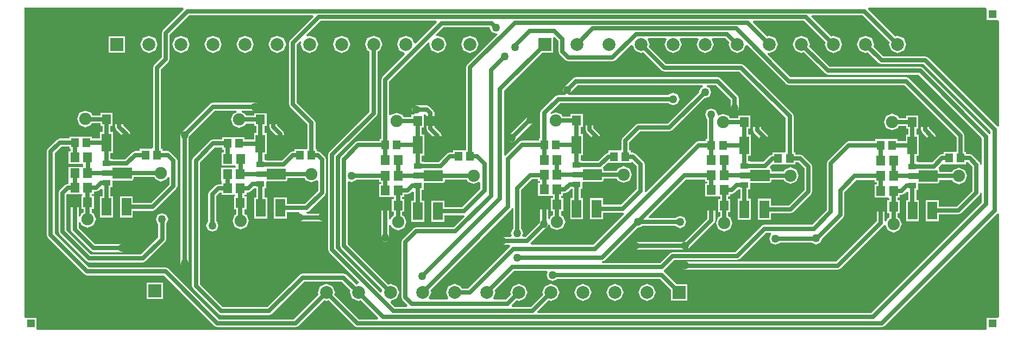
<source format=gbl>
G04 Layer_Physical_Order=2*
G04 Layer_Color=16711680*
%FSLAX25Y25*%
%MOIN*%
G70*
G01*
G75*
%ADD10R,0.05512X0.05906*%
%ADD11C,0.07500*%
%ADD12R,0.04724X0.05512*%
%ADD13R,0.05906X0.11024*%
%ADD14R,0.05118X0.03543*%
%ADD15R,0.05000X0.05000*%
%ADD16C,0.02500*%
%ADD17C,0.07874*%
%ADD18R,0.07874X0.07874*%
%ADD19C,0.25000*%
%ADD20C,0.05000*%
G36*
X254197Y190041D02*
X241176Y177020D01*
X239997Y177255D01*
X238744Y180279D01*
X234965Y181844D01*
X231187Y180279D01*
X229622Y176500D01*
X231187Y172721D01*
X234210Y171469D01*
X234445Y170289D01*
X220694Y156539D01*
X219981Y154816D01*
Y118456D01*
X219054D01*
Y117135D01*
X205900D01*
X204178Y116422D01*
X195328Y107572D01*
X194615Y105850D01*
Y52685D01*
X195328Y50963D01*
X220847Y25443D01*
X220457Y24501D01*
X219367Y24177D01*
X192235Y51309D01*
Y107591D01*
X217002Y132358D01*
X217716Y134080D01*
Y172165D01*
X219059Y172721D01*
X220624Y176500D01*
X219059Y180279D01*
X215280Y181844D01*
X211502Y180279D01*
X209936Y176500D01*
X211502Y172721D01*
X212845Y172165D01*
Y135089D01*
X188078Y110322D01*
X187365Y108600D01*
Y50300D01*
X188078Y48578D01*
X206288Y30368D01*
X205842Y29399D01*
X204606Y28887D01*
X198572Y34922D01*
X196850Y35635D01*
X171700D01*
X169978Y34922D01*
X150091Y15035D01*
X122809D01*
X108735Y29109D01*
Y104191D01*
X117749Y113205D01*
X122383D01*
Y111884D01*
X123316D01*
Y109993D01*
X121995D01*
Y102087D01*
X129507D01*
Y102087D01*
X129869D01*
Y102087D01*
X130368D01*
X130783Y101087D01*
X130488Y100793D01*
X129769Y100793D01*
X128769Y100793D01*
X121895D01*
Y92948D01*
X121895Y92887D01*
X121895D01*
X121907Y91953D01*
X121907D01*
Y90435D01*
X120000D01*
X118278Y89722D01*
X114532Y85976D01*
X113819Y84254D01*
Y67925D01*
X113575Y67825D01*
X112466Y65146D01*
X113575Y62467D01*
X116254Y61357D01*
X118933Y62467D01*
X120043Y65146D01*
X118933Y67825D01*
X118690Y67925D01*
Y83246D01*
X120907Y85463D01*
X121907Y85319D01*
Y84047D01*
X128781D01*
X129419Y84047D01*
X130394Y84047D01*
X130489Y83953D01*
X130075Y82953D01*
X129781D01*
Y75047D01*
X131102D01*
Y71995D01*
X130090Y71576D01*
X128584Y67940D01*
X130090Y64305D01*
X133725Y62799D01*
X137361Y64305D01*
X138867Y67940D01*
X137361Y71576D01*
X135972Y72151D01*
Y75047D01*
X137293D01*
Y82953D01*
X135972D01*
Y84047D01*
X137293D01*
Y85565D01*
X138400D01*
X140122Y86278D01*
X141507Y87663D01*
X142341Y88063D01*
X143465D01*
Y82452D01*
X142002D01*
Y69428D01*
X149908D01*
Y82452D01*
X148335D01*
Y88063D01*
X149459D01*
Y92075D01*
X149719Y92248D01*
X161451D01*
X162216Y92565D01*
X162534Y93331D01*
Y94305D01*
X172956D01*
X173453Y93105D01*
X177088Y91599D01*
X180265Y92914D01*
X181265Y92339D01*
Y86462D01*
X173178Y78376D01*
X162113D01*
Y82452D01*
X154207D01*
Y69428D01*
X162113D01*
Y73505D01*
X169629D01*
X169702Y72535D01*
X167980Y71822D01*
X167267Y70100D01*
X167980Y68378D01*
X169702Y67665D01*
X183509D01*
X185231Y68378D01*
X185944Y70100D01*
X185231Y71822D01*
X183509Y72535D01*
X174260D01*
X174187Y73505D01*
X175909Y74218D01*
X185422Y83732D01*
X186135Y85454D01*
Y105800D01*
X185422Y107522D01*
X182822Y110122D01*
X181100Y110835D01*
X180506D01*
Y112156D01*
X179579D01*
Y128257D01*
X178865Y129979D01*
X168135Y140709D01*
Y176291D01*
X170290Y178446D01*
X171138Y177880D01*
X170566Y176500D01*
X172132Y172721D01*
X175910Y171156D01*
X179689Y172721D01*
X181254Y176500D01*
X179689Y180279D01*
X175910Y181844D01*
X174531Y181272D01*
X173964Y182120D01*
X182809Y190965D01*
X253814D01*
X254197Y190041D01*
D02*
G37*
G36*
X591500Y198500D02*
X591500Y197980D01*
Y191500D01*
X597980D01*
X598500Y191500D01*
X598981Y190699D01*
Y126181D01*
X598196Y125936D01*
X597980Y125924D01*
X555482Y168422D01*
X553760Y169135D01*
X527959D01*
X521938Y175157D01*
X522494Y176500D01*
X520929Y180279D01*
X517150Y181844D01*
X513372Y180279D01*
X511807Y176500D01*
X513372Y172721D01*
X517150Y171156D01*
X518494Y171713D01*
X525228Y164978D01*
X526950Y164265D01*
X552751D01*
X593865Y123151D01*
Y121477D01*
X592865Y121278D01*
X592722Y121622D01*
X552322Y162022D01*
X550600Y162735D01*
X494989D01*
X482568Y175157D01*
X483124Y176500D01*
X481559Y180279D01*
X477780Y181844D01*
X474002Y180279D01*
X472437Y176500D01*
X474002Y172721D01*
X477780Y171156D01*
X479124Y171713D01*
X492258Y158578D01*
X493980Y157865D01*
X549591D01*
X588565Y118891D01*
Y102631D01*
X587635Y102460D01*
X586922Y104182D01*
X582782Y108322D01*
X581060Y109035D01*
X578805D01*
Y110356D01*
X577879D01*
Y120457D01*
X577165Y122179D01*
X543722Y155622D01*
X542000Y156335D01*
X471209D01*
X456993Y170551D01*
X457549Y171383D01*
X458095Y171156D01*
X461874Y172721D01*
X463439Y176500D01*
X461874Y180279D01*
X458095Y181844D01*
X456752Y181287D01*
X447999Y190041D01*
X448381Y190965D01*
X479557D01*
X492678Y177843D01*
X492122Y176500D01*
X493687Y172721D01*
X497465Y171156D01*
X501244Y172721D01*
X502809Y176500D01*
X501244Y180279D01*
X497465Y181844D01*
X496122Y181287D01*
X483869Y193541D01*
X484251Y194465D01*
X515427D01*
X532048Y177843D01*
X531492Y176500D01*
X533057Y172721D01*
X536835Y171156D01*
X540614Y172721D01*
X542179Y176500D01*
X540614Y180279D01*
X536835Y181844D01*
X535492Y181287D01*
X518799Y197980D01*
X519213Y198980D01*
X590699D01*
X591500Y198500D01*
D02*
G37*
G36*
X433623Y177843D02*
X433067Y176500D01*
X434632Y172721D01*
X438410Y171156D01*
X442189Y172721D01*
X443458Y175784D01*
X444637Y176019D01*
X468478Y152178D01*
X470200Y151465D01*
X540991D01*
X573008Y119448D01*
Y111063D01*
X572301Y110356D01*
X571081Y110356D01*
X564994D01*
Y109035D01*
X564200D01*
X562478Y108322D01*
X558097Y103941D01*
X549454D01*
Y104277D01*
X548330D01*
Y107988D01*
X549833D01*
Y121012D01*
X548330D01*
Y124847D01*
X549532D01*
Y132753D01*
X542021D01*
Y131117D01*
X537636D01*
X537090Y132436D01*
X533454Y133941D01*
X529819Y132436D01*
X528313Y128800D01*
X529819Y125164D01*
X533454Y123659D01*
X537090Y125164D01*
X537538Y126247D01*
X542021D01*
Y124847D01*
X543459D01*
Y121012D01*
X541928D01*
Y116935D01*
X536817D01*
Y118256D01*
X530730D01*
X530092Y118256D01*
X529092Y118256D01*
X523006D01*
Y116935D01*
X506800D01*
X505078Y116222D01*
X494078Y105222D01*
X493365Y103500D01*
Y74709D01*
X484291Y65635D01*
X455100D01*
X453378Y64922D01*
X437291Y48835D01*
X398700D01*
X396978Y48122D01*
X390991Y42135D01*
X355651D01*
X355480Y43065D01*
X357202Y43778D01*
X377111Y63687D01*
X377354Y63586D01*
X380033Y64695D01*
X380134Y64939D01*
X400463D01*
X400576Y64667D01*
X403254Y63557D01*
X405933Y64667D01*
X407043Y67346D01*
X405933Y70025D01*
X403254Y71134D01*
X400576Y70025D01*
X400487Y69809D01*
X384540D01*
X384158Y70733D01*
X406943Y93519D01*
X418764D01*
Y92002D01*
X420084D01*
Y90953D01*
X418764D01*
Y83047D01*
X426276D01*
Y83047D01*
X426638D01*
Y83047D01*
X427958D01*
Y81453D01*
X426638D01*
Y73547D01*
X427958D01*
Y70733D01*
X426758Y70236D01*
X425252Y66600D01*
X426758Y62964D01*
X430394Y61459D01*
X434029Y62964D01*
X435535Y66600D01*
X434029Y70236D01*
X432829Y70733D01*
Y73547D01*
X434150D01*
Y81453D01*
X432829D01*
Y83047D01*
X434150D01*
Y84565D01*
X434995D01*
X436717Y85278D01*
X438340Y86900D01*
X439181Y87283D01*
X440305D01*
Y81612D01*
X438802D01*
Y68588D01*
X446707D01*
Y81612D01*
X445176D01*
Y87283D01*
X446299D01*
Y91294D01*
X446559Y91468D01*
X458291D01*
X459057Y91785D01*
X459374Y92550D01*
Y93465D01*
X466924D01*
X467421Y92264D01*
X471057Y90759D01*
X474692Y92264D01*
X476198Y95900D01*
X474692Y99536D01*
X471057Y101041D01*
X467421Y99536D01*
X466924Y98335D01*
X459374D01*
Y99369D01*
X459057Y100135D01*
X458800Y100241D01*
X458520Y101376D01*
X459858Y102714D01*
X460123Y102604D01*
Y102604D01*
X466847D01*
Y102604D01*
X467209D01*
Y102604D01*
X473934D01*
Y103925D01*
X475931D01*
X479610Y100246D01*
Y87169D01*
X469977Y77535D01*
X458912D01*
Y81612D01*
X451006D01*
Y68588D01*
X458912D01*
Y72665D01*
X470986D01*
X472708Y73378D01*
X483768Y84438D01*
X484481Y86160D01*
Y101254D01*
X483768Y102976D01*
X478662Y108082D01*
X476940Y108795D01*
X473934D01*
Y110116D01*
X473007D01*
Y132328D01*
X472294Y134050D01*
X442522Y163822D01*
X440800Y164535D01*
X394764D01*
X384142Y175157D01*
X384699Y176500D01*
X383471Y179465D01*
X384139Y180465D01*
X394256D01*
X394924Y179465D01*
X393696Y176500D01*
X395262Y172721D01*
X399040Y171156D01*
X402819Y172721D01*
X404384Y176500D01*
X403156Y179465D01*
X403824Y180465D01*
X413941D01*
X414609Y179465D01*
X413381Y176500D01*
X414947Y172721D01*
X418725Y171156D01*
X422504Y172721D01*
X424069Y176500D01*
X422841Y179465D01*
X423509Y180465D01*
X431002D01*
X433623Y177843D01*
D02*
G37*
G36*
X286512Y186900D02*
X287621Y184221D01*
X290300Y183112D01*
X290732Y183291D01*
X291299Y182443D01*
X272821Y163965D01*
X272108Y162243D01*
Y111533D01*
X271181Y111356D01*
X270819D01*
Y111356D01*
X264094D01*
Y110035D01*
X262200D01*
X260478Y109322D01*
X255297Y104141D01*
X245902D01*
Y104477D01*
X244779D01*
Y108188D01*
X246282D01*
Y121212D01*
X244779D01*
Y125447D01*
X246050D01*
Y133065D01*
X246050Y133353D01*
X246216Y133522D01*
X246817Y133525D01*
X247733Y132614D01*
Y129400D01*
Y124831D01*
X248446Y123109D01*
X252098Y119457D01*
Y114700D01*
X252812Y112978D01*
X254534Y112265D01*
X256256Y112978D01*
X256969Y114700D01*
Y120466D01*
X256256Y122188D01*
X252604Y125840D01*
Y129400D01*
Y134332D01*
X251890Y136054D01*
X249722Y138222D01*
X248000Y138935D01*
X241302D01*
X239580Y138222D01*
X238867Y136500D01*
X239580Y134778D01*
X240607Y134353D01*
X240408Y133353D01*
X238539D01*
Y131835D01*
X233636D01*
X233139Y133036D01*
X229503Y134541D01*
X225868Y133036D01*
X225833Y132951D01*
X224852Y133146D01*
Y153808D01*
X248741Y177697D01*
X249572Y177141D01*
X249307Y176500D01*
X250872Y172721D01*
X254650Y171156D01*
X258429Y172721D01*
X259994Y176500D01*
X258429Y180279D01*
X254650Y181844D01*
X254010Y181578D01*
X253454Y182410D01*
X258009Y186965D01*
X286468D01*
X286512Y186900D01*
D02*
G37*
G36*
X417336Y150465D02*
X415921Y149879D01*
X414812Y147200D01*
X414912Y146957D01*
X395791Y127835D01*
X377700D01*
X375978Y127122D01*
X368021Y119165D01*
X367308Y117443D01*
Y111963D01*
X366601Y111256D01*
X365381Y111256D01*
X359295D01*
Y109933D01*
X357578Y109222D01*
X353157Y104801D01*
X343443D01*
Y105137D01*
X342305D01*
Y108348D01*
X343822D01*
Y121372D01*
X342298D01*
Y125707D01*
X343619D01*
Y133613D01*
X336107D01*
Y132095D01*
X331176D01*
X330679Y133295D01*
X327043Y134801D01*
X324169Y133611D01*
X323603Y134458D01*
X329609Y140465D01*
X396420D01*
X396521Y140221D01*
X399200Y139112D01*
X401879Y140221D01*
X402988Y142900D01*
X401879Y145579D01*
X399200Y146688D01*
X396521Y145579D01*
X396420Y145335D01*
X334815D01*
X334616Y146335D01*
X335711Y146789D01*
X340387Y151465D01*
X417137D01*
X417336Y150465D01*
D02*
G37*
G36*
X328665Y178591D02*
Y172100D01*
X329378Y170378D01*
X333078Y166678D01*
X334800Y165965D01*
X361900D01*
X363622Y166678D01*
X373088Y176143D01*
X374259Y175901D01*
X375576Y172721D01*
X379355Y171156D01*
X380698Y171713D01*
X392033Y160378D01*
X393755Y159665D01*
X439791D01*
X468136Y131320D01*
Y110292D01*
X467209Y110116D01*
X466847D01*
Y110116D01*
X460123D01*
Y108795D01*
X460060D01*
X458338Y108082D01*
X454557Y104301D01*
X446299D01*
Y104637D01*
X445176D01*
Y107988D01*
X446707D01*
Y121012D01*
X445176D01*
Y124747D01*
X446476D01*
Y132653D01*
X438964D01*
Y131135D01*
X433733D01*
X433236Y132335D01*
X429600Y133841D01*
X427189Y132843D01*
X426302Y133313D01*
X425192Y135992D01*
X422513Y137102D01*
X419835Y135992D01*
X418725Y133313D01*
X419835Y130635D01*
X420078Y130534D01*
Y118294D01*
X419151D01*
Y116973D01*
X414655D01*
X412933Y116260D01*
X382334Y85661D01*
X381487Y86228D01*
X381624Y86560D01*
Y102651D01*
X380911Y104373D01*
X376062Y109222D01*
X374340Y109935D01*
X373106D01*
Y111256D01*
X372179D01*
Y116435D01*
X378709Y122965D01*
X396800D01*
X398522Y123678D01*
X418357Y143512D01*
X418600Y143412D01*
X421279Y144521D01*
X422388Y147200D01*
X421279Y149879D01*
X419865Y150465D01*
X420063Y151465D01*
X425291D01*
X434465Y142291D01*
Y137400D01*
X435178Y135678D01*
X436900Y134965D01*
X438622Y135678D01*
X439335Y137400D01*
Y143300D01*
X438622Y145022D01*
X428022Y155622D01*
X426300Y156335D01*
X339378D01*
X337656Y155622D01*
X332267Y150233D01*
X331554Y148511D01*
X332267Y146789D01*
X333362Y146335D01*
X333163Y145335D01*
X328600D01*
X326878Y144622D01*
X318235Y135979D01*
X317521Y134257D01*
Y118616D01*
X316595D01*
Y117295D01*
X306560D01*
X304838Y116582D01*
X296335Y108080D01*
X295373Y108362D01*
X295335Y108386D01*
Y148091D01*
X318807Y171563D01*
X325237D01*
Y180605D01*
X326237Y181019D01*
X328665Y178591D01*
D02*
G37*
G36*
X178497Y193541D02*
X163978Y179022D01*
X163265Y177300D01*
Y139700D01*
X163978Y137978D01*
X174708Y127248D01*
Y112333D01*
X173781Y112156D01*
X173419D01*
Y112156D01*
X166694D01*
Y110835D01*
X165700D01*
X163978Y110122D01*
X158937Y105081D01*
X149459D01*
Y105417D01*
X148335D01*
Y109028D01*
X149839D01*
Y122052D01*
X148321D01*
Y126287D01*
X149607D01*
Y134193D01*
X142095D01*
Y132676D01*
X136964D01*
X136467Y133876D01*
X134321Y134765D01*
X134520Y135765D01*
X142465D01*
X144187Y136478D01*
X144901Y138200D01*
X144187Y139922D01*
X142465Y140635D01*
X116900D01*
X115178Y139922D01*
X97578Y122322D01*
X96865Y120600D01*
Y42100D01*
X97578Y40378D01*
X99300Y39665D01*
X101022Y40378D01*
X101735Y42100D01*
Y119591D01*
X117909Y135765D01*
X131143D01*
X131342Y134765D01*
X129196Y133876D01*
X127690Y130240D01*
X129196Y126605D01*
X132832Y125099D01*
X136467Y126605D01*
X136964Y127805D01*
X142095D01*
Y126287D01*
X143450D01*
Y122052D01*
X141933D01*
Y117976D01*
X136194D01*
Y119396D01*
X129469D01*
Y119396D01*
X129107D01*
Y119396D01*
X122383D01*
Y118076D01*
X116740D01*
X115018Y117362D01*
X104578Y106922D01*
X103865Y105200D01*
Y28100D01*
X104578Y26378D01*
X120078Y10878D01*
X121800Y10165D01*
X151100D01*
X152822Y10878D01*
X172709Y30765D01*
X195841D01*
X201162Y25443D01*
X200606Y24100D01*
X202171Y20321D01*
X205950Y18756D01*
X207293Y19313D01*
X218146Y8459D01*
X217763Y7535D01*
X206273D01*
X191052Y22757D01*
X191608Y24100D01*
X190043Y27879D01*
X186265Y29444D01*
X182486Y27879D01*
X180921Y24100D01*
X181477Y22757D01*
X166256Y7535D01*
X120509D01*
X89322Y38722D01*
X87600Y39435D01*
X40509D01*
X19635Y60309D01*
Y109691D01*
X23649Y113705D01*
X28583D01*
Y112384D01*
X29516D01*
Y110893D01*
X28195D01*
Y102987D01*
X35069D01*
X35707Y102987D01*
X36768Y102987D01*
X37030Y102725D01*
Y101465D01*
X36768Y101202D01*
X36069D01*
X35069Y101202D01*
X28195D01*
Y93297D01*
X28195D01*
Y92393D01*
X28195D01*
Y90876D01*
X27640D01*
X25918Y90162D01*
X22678Y86922D01*
X21965Y85200D01*
Y61396D01*
X22678Y59674D01*
X39074Y43278D01*
X40796Y42565D01*
X73700D01*
X75422Y43278D01*
X87322Y55178D01*
X88035Y56900D01*
Y66226D01*
X88133Y66267D01*
X89243Y68946D01*
X88133Y71624D01*
X85454Y72734D01*
X82775Y71624D01*
X81666Y68946D01*
X82775Y66267D01*
X83165Y66106D01*
Y57909D01*
X72691Y47435D01*
X41804D01*
X26835Y62404D01*
Y84100D01*
X27613Y84729D01*
X28195Y84487D01*
Y84487D01*
X35069D01*
X35707Y84487D01*
X36683Y84487D01*
X36777Y84393D01*
X36363Y83393D01*
X36069D01*
Y75487D01*
X37390D01*
Y73073D01*
X36190Y72576D01*
X35386Y70637D01*
X34387Y70836D01*
Y79440D01*
X33673Y81162D01*
X31951Y81875D01*
X30229Y81162D01*
X29516Y79440D01*
Y62649D01*
X30229Y60927D01*
X41578Y49578D01*
X43300Y48865D01*
X61085D01*
X62807Y49578D01*
X63520Y51300D01*
X62807Y53022D01*
X61085Y53735D01*
X44309D01*
X34387Y63658D01*
Y67045D01*
X35386Y67244D01*
X36190Y65305D01*
X39825Y63799D01*
X43461Y65305D01*
X44967Y68940D01*
X43461Y72576D01*
X42261Y73073D01*
Y75487D01*
X43581D01*
Y83393D01*
X42261D01*
Y84487D01*
X43581D01*
Y86005D01*
X45064D01*
X46786Y86718D01*
X47965Y87897D01*
X48965Y87483D01*
Y83152D01*
X47433D01*
Y70128D01*
X55339D01*
Y83152D01*
X53835D01*
Y88663D01*
X54959D01*
Y92675D01*
X55219Y92848D01*
X66951D01*
X67716Y93165D01*
X68034Y93931D01*
Y94905D01*
X80756D01*
X81253Y93705D01*
X84888Y92199D01*
X88524Y93705D01*
X89065Y95011D01*
X90065Y94812D01*
Y90532D01*
X78609Y79076D01*
X67543D01*
Y83152D01*
X59638D01*
Y70128D01*
X67543D01*
Y74205D01*
X79617D01*
X81339Y74918D01*
X94222Y87801D01*
X94935Y89523D01*
Y105000D01*
X94222Y106722D01*
X90722Y110222D01*
X89000Y110935D01*
X85706D01*
Y112256D01*
X84779D01*
Y161191D01*
X89422Y165835D01*
X90135Y167557D01*
Y182491D01*
X102109Y194465D01*
X178114D01*
X178497Y193541D01*
D02*
G37*
G36*
X98736Y197980D02*
X85978Y185222D01*
X85265Y183500D01*
Y168565D01*
X80621Y163922D01*
X79908Y162200D01*
Y112963D01*
X79201Y112256D01*
X77981Y112256D01*
X71895D01*
Y110935D01*
X69100D01*
X67378Y110222D01*
X62837Y105681D01*
X54959D01*
Y106017D01*
X53835D01*
Y109628D01*
X55339D01*
Y122652D01*
X53821D01*
Y126506D01*
X55107D01*
Y134412D01*
X47595D01*
Y132860D01*
X42653D01*
X42067Y134276D01*
X38432Y135782D01*
X34796Y134276D01*
X33290Y130640D01*
X34796Y127005D01*
X38432Y125499D01*
X42067Y127005D01*
X42475Y127989D01*
X47595D01*
Y126506D01*
X48950D01*
Y122652D01*
X47433D01*
Y118576D01*
X42394D01*
Y119896D01*
X36307D01*
X35669Y119896D01*
X34669Y119896D01*
X28583D01*
Y118576D01*
X22640D01*
X20918Y117862D01*
X15478Y112422D01*
X14765Y110700D01*
Y59300D01*
X15478Y57578D01*
X37778Y35278D01*
X39500Y34565D01*
X86591D01*
X117778Y3378D01*
X119500Y2665D01*
X167265D01*
X168987Y3378D01*
X184921Y19313D01*
X186265Y18756D01*
X187608Y19313D01*
X203542Y3378D01*
X205265Y2665D01*
X527100D01*
X528822Y3378D01*
X597980Y72536D01*
X598196Y72524D01*
X598981Y72279D01*
Y9301D01*
X598500Y8500D01*
X597980Y8500D01*
X591500D01*
Y2019D01*
X591500Y1500D01*
X590699Y1020D01*
X9301D01*
X8500Y1500D01*
X8500Y2019D01*
Y8500D01*
X2019D01*
X1500Y8500D01*
X1020Y9301D01*
Y198980D01*
X98322D01*
X98736Y197980D01*
D02*
G37*
G36*
X376754Y101643D02*
Y87569D01*
X367120Y77935D01*
X356055D01*
Y82012D01*
X348150D01*
Y68988D01*
X356055D01*
Y73065D01*
X368129D01*
X368461Y73202D01*
X369028Y72355D01*
X350009Y53335D01*
X311974D01*
X311560Y54335D01*
X321388Y64164D01*
X321685Y64287D01*
X322280Y65722D01*
X323322Y65819D01*
X324173Y63765D01*
X327809Y62259D01*
X331444Y63765D01*
X332950Y67400D01*
X331444Y71035D01*
X330244Y71533D01*
Y74147D01*
X331593D01*
Y82053D01*
X330244D01*
Y83407D01*
X331565D01*
Y84925D01*
X332520D01*
X334242Y85638D01*
X336387Y87783D01*
X337448D01*
Y82012D01*
X335945D01*
Y68988D01*
X343850D01*
Y82012D01*
X342319D01*
Y87783D01*
X343443D01*
Y91794D01*
X343702Y91968D01*
X355435D01*
X356200Y92285D01*
X356517Y93050D01*
Y94019D01*
X364567D01*
X365065Y92819D01*
X368700Y91313D01*
X372336Y92819D01*
X373841Y96454D01*
X372336Y100090D01*
X368700Y101596D01*
X365065Y100090D01*
X364567Y98890D01*
X356517D01*
Y99869D01*
X356200Y100635D01*
X356147Y100903D01*
X358505Y103261D01*
X359295Y103744D01*
Y103744D01*
X359295Y103744D01*
X365381D01*
X366019Y103744D01*
X367019Y103744D01*
X373106D01*
Y103876D01*
X374106Y104290D01*
X376754Y101643D01*
D02*
G37*
G36*
X582765Y101451D02*
Y86409D01*
X573131Y76775D01*
X562066D01*
Y80852D01*
X554161D01*
Y67828D01*
X562066D01*
Y71905D01*
X574140D01*
X575862Y72618D01*
X586922Y83678D01*
X587635Y85400D01*
X588565Y85229D01*
Y79309D01*
X520691Y11435D01*
X316146D01*
X315763Y12359D01*
X322717Y19313D01*
X324060Y18756D01*
X327838Y20321D01*
X329404Y24100D01*
X327838Y27879D01*
X324060Y29444D01*
X320281Y27879D01*
X318716Y24100D01*
X319272Y22757D01*
X311751Y15235D01*
X300368D01*
X299954Y16235D01*
X303032Y19313D01*
X304375Y18756D01*
X308153Y20321D01*
X309719Y24100D01*
X308153Y27879D01*
X304375Y29444D01*
X300596Y27879D01*
X299031Y24100D01*
X299587Y22757D01*
X296466Y19635D01*
X289089D01*
X288598Y20635D01*
X290034Y24100D01*
X289477Y25443D01*
X301298Y37265D01*
X321391D01*
X321947Y36433D01*
X321312Y34900D01*
X322421Y32221D01*
X325100Y31112D01*
X327779Y32221D01*
X327880Y32465D01*
X390991D01*
X397863Y25593D01*
Y19163D01*
X407737D01*
Y29037D01*
X401307D01*
X393722Y36622D01*
X393292Y36800D01*
Y37800D01*
X393722Y37978D01*
X399709Y43965D01*
X438300D01*
X440022Y44678D01*
X456109Y60765D01*
X458989D01*
X459176Y59824D01*
X458066Y57146D01*
X459176Y54467D01*
X461854Y53357D01*
X464533Y54467D01*
X464634Y54710D01*
X484081D01*
X484121Y54613D01*
X486800Y53503D01*
X489479Y54613D01*
X490588Y57291D01*
X490573Y57329D01*
X503322Y70078D01*
X504035Y71800D01*
Y85691D01*
X511503Y93159D01*
X522618D01*
Y91642D01*
X523939D01*
Y90293D01*
X522618D01*
Y82387D01*
X529492D01*
X530130Y82387D01*
X531106Y82387D01*
X531800Y81693D01*
X531782Y80693D01*
X530492D01*
Y72787D01*
X531813D01*
Y70173D01*
X530613Y69676D01*
X529809Y67737D01*
X528809Y67936D01*
Y76740D01*
X528096Y78462D01*
X526374Y79176D01*
X524652Y78462D01*
X523939Y76740D01*
Y67883D01*
X498991Y42935D01*
X406600D01*
X404878Y42222D01*
X404165Y40500D01*
X404878Y38778D01*
X406600Y38065D01*
X500000D01*
X501722Y38778D01*
X528096Y65152D01*
X528244Y65509D01*
X529327D01*
X530613Y62405D01*
X534248Y60899D01*
X537884Y62405D01*
X539389Y66040D01*
X537884Y69676D01*
X536683Y70173D01*
Y72787D01*
X538004D01*
Y80693D01*
X536683D01*
Y82387D01*
X538004D01*
Y83905D01*
X539195D01*
X540917Y84618D01*
X542459Y86160D01*
X543459Y85746D01*
Y80852D01*
X541956D01*
Y67828D01*
X549861D01*
Y80852D01*
X548330D01*
Y86923D01*
X549454D01*
Y90934D01*
X549713Y91108D01*
X561446D01*
X562211Y91425D01*
X562528Y92190D01*
Y93165D01*
X570279D01*
X570776Y91965D01*
X574411Y90459D01*
X578047Y91965D01*
X579552Y95600D01*
X578047Y99235D01*
X574411Y100741D01*
X570776Y99235D01*
X570279Y98035D01*
X562528D01*
Y99010D01*
X562211Y99775D01*
X561992Y100948D01*
X564212Y103168D01*
X564994Y102844D01*
Y102844D01*
X571081D01*
X571719Y102844D01*
X572719Y102844D01*
X578805D01*
Y104165D01*
X580051D01*
X582765Y101451D01*
D02*
G37*
G36*
X66951Y93931D02*
X55219D01*
Y95569D01*
X48841D01*
Y99112D01*
X55219D01*
Y100750D01*
X66951D01*
Y93931D01*
D02*
G37*
G36*
X161451Y93331D02*
X149719D01*
Y94968D01*
X143341D01*
Y98512D01*
X149719D01*
Y100150D01*
X161451D01*
Y93331D01*
D02*
G37*
G36*
X355435Y93050D02*
X343702D01*
Y94688D01*
X337324D01*
Y98232D01*
X343702D01*
Y99869D01*
X355435D01*
Y93050D01*
D02*
G37*
G36*
X458291Y92550D02*
X446559D01*
Y94188D01*
X440181D01*
Y97732D01*
X446559D01*
Y99369D01*
X458291D01*
Y92550D01*
D02*
G37*
G36*
X257894Y92391D02*
X246162D01*
Y94028D01*
X239784D01*
Y97572D01*
X246162D01*
Y99209D01*
X257894D01*
Y92391D01*
D02*
G37*
G36*
X561446Y92190D02*
X549713D01*
Y93828D01*
X543335D01*
Y97372D01*
X549713D01*
Y99010D01*
X561446D01*
Y92190D01*
D02*
G37*
G36*
X316179Y92502D02*
X317499D01*
Y91313D01*
X316179D01*
Y83407D01*
X323691D01*
Y83407D01*
X324053D01*
Y83407D01*
X325373D01*
Y82053D01*
X324081D01*
Y74147D01*
X325373D01*
Y71533D01*
X324173Y71035D01*
X323398Y69165D01*
X322398Y69364D01*
Y78100D01*
X321685Y79822D01*
X319963Y80535D01*
X318241Y79822D01*
X317528Y78100D01*
Y67191D01*
X308467Y58131D01*
X306984D01*
X306428Y58963D01*
X307043Y60446D01*
X305933Y63125D01*
X305835Y63165D01*
Y87091D01*
X312409Y93665D01*
X316179D01*
Y92502D01*
D02*
G37*
G36*
X273024Y92164D02*
X276660Y90659D01*
X279865Y91986D01*
X280865Y91427D01*
Y87648D01*
X269652Y76435D01*
X258587D01*
Y80512D01*
X250681D01*
Y67488D01*
X258587D01*
Y71565D01*
X270642D01*
X270695Y71510D01*
X271195Y70704D01*
X264527Y64035D01*
X241300D01*
X239578Y63322D01*
X233078Y56822D01*
X232365Y55100D01*
Y21000D01*
X233078Y19278D01*
X236121Y16235D01*
X235706Y15235D01*
X228309D01*
X225712Y17832D01*
X226036Y18922D01*
X229413Y20321D01*
X230978Y24100D01*
X229413Y27879D01*
X225635Y29444D01*
X224291Y28887D01*
X199485Y53693D01*
Y91911D01*
X200317Y92466D01*
X201800Y91852D01*
X204479Y92961D01*
X204646Y93365D01*
X218667D01*
Y91847D01*
X219987D01*
Y90793D01*
X218667D01*
Y82887D01*
X226179D01*
Y82887D01*
X226541D01*
Y82887D01*
X227861D01*
Y81493D01*
X226541D01*
Y73587D01*
X227861D01*
Y71376D01*
X226653Y70876D01*
X225858Y68958D01*
X224858Y69157D01*
Y77540D01*
X224145Y79262D01*
X222423Y79975D01*
X220701Y79262D01*
X219987Y77540D01*
Y57623D01*
X220701Y55901D01*
X222423Y55187D01*
X224145Y55901D01*
X224858Y57623D01*
Y65324D01*
X225858Y65522D01*
X226653Y63605D01*
X230288Y62099D01*
X233924Y63605D01*
X235429Y67240D01*
X233924Y70876D01*
X232732Y71369D01*
Y73587D01*
X234053D01*
Y81493D01*
X232732D01*
Y82887D01*
X234053D01*
Y84405D01*
X236140D01*
X237862Y85118D01*
X238908Y86164D01*
X239908Y85750D01*
Y80512D01*
X238476D01*
Y67488D01*
X246382D01*
Y80512D01*
X244779D01*
Y87123D01*
X245902D01*
Y91135D01*
X246162Y91308D01*
X257894D01*
X258660Y91625D01*
X258977Y92391D01*
Y93365D01*
X272527D01*
X273024Y92164D01*
D02*
G37*
G36*
X300965Y75657D02*
Y63286D01*
X300576Y63125D01*
X299466Y60446D01*
X300080Y58963D01*
X299525Y58131D01*
X294100D01*
X292378Y57418D01*
X291665Y55696D01*
X292378Y53974D01*
X294100Y53260D01*
X298602D01*
X299016Y52260D01*
X273291Y26535D01*
X269340D01*
X268783Y27879D01*
X265005Y29444D01*
X261226Y27879D01*
X259661Y24100D01*
X261096Y20635D01*
X260606Y19635D01*
X249719D01*
X249228Y20635D01*
X250663Y24100D01*
X250107Y25443D01*
X299572Y74908D01*
X299965Y75856D01*
X300965Y75657D01*
D02*
G37*
%LPC*%
G36*
X195595Y181844D02*
X191817Y180279D01*
X190252Y176500D01*
X191817Y172721D01*
X195595Y171156D01*
X199374Y172721D01*
X200939Y176500D01*
X199374Y180279D01*
X195595Y181844D01*
D02*
G37*
G36*
X553650Y131235D02*
X551928Y130522D01*
X551215Y128800D01*
Y123950D01*
X551928Y122228D01*
X555650Y118506D01*
Y114500D01*
X556363Y112778D01*
X558085Y112065D01*
X559807Y112778D01*
X560520Y114500D01*
Y119515D01*
X559807Y121237D01*
X556086Y124958D01*
Y128800D01*
X555372Y130522D01*
X553650Y131235D01*
D02*
G37*
G36*
X422520Y79935D02*
X420798Y79222D01*
X420084Y77500D01*
Y69528D01*
X405676Y55120D01*
X376000D01*
X374278Y54407D01*
X373565Y52685D01*
X374278Y50963D01*
X376000Y50249D01*
X406685D01*
X408407Y50963D01*
X424242Y66798D01*
X424955Y68520D01*
Y77500D01*
X424242Y79222D01*
X422520Y79935D01*
D02*
G37*
G36*
X274335Y181844D02*
X270557Y180279D01*
X268992Y176500D01*
X270557Y172721D01*
X274335Y171156D01*
X278114Y172721D01*
X279679Y176500D01*
X278114Y180279D01*
X274335Y181844D01*
D02*
G37*
G36*
X347737Y132095D02*
X346015Y131382D01*
X345302Y129660D01*
Y123963D01*
X346015Y122241D01*
X349639Y118617D01*
Y114860D01*
X350352Y113138D01*
X352074Y112425D01*
X353796Y113138D01*
X354509Y114860D01*
Y119626D01*
X353796Y121348D01*
X350172Y124972D01*
Y129660D01*
X349459Y131382D01*
X347737Y132095D01*
D02*
G37*
G36*
X311022Y132349D02*
X309300Y131635D01*
X298332Y120668D01*
X297619Y118946D01*
X298332Y117224D01*
X300054Y116510D01*
X301776Y117224D01*
X312744Y128191D01*
X313457Y129913D01*
X312744Y131635D01*
X311022Y132349D01*
D02*
G37*
G36*
X450594Y131135D02*
X448872Y130422D01*
X448158Y128700D01*
Y123706D01*
X448872Y121984D01*
X452524Y118332D01*
Y114500D01*
X453237Y112778D01*
X454959Y112065D01*
X456681Y112778D01*
X457394Y114500D01*
Y119341D01*
X456681Y121063D01*
X453029Y124715D01*
Y128700D01*
X452316Y130422D01*
X450594Y131135D01*
D02*
G37*
G36*
X156225Y181844D02*
X152447Y180279D01*
X150881Y176500D01*
X152447Y172721D01*
X156225Y171156D01*
X160004Y172721D01*
X161569Y176500D01*
X160004Y180279D01*
X156225Y181844D01*
D02*
G37*
G36*
X136540D02*
X132762Y180279D01*
X131196Y176500D01*
X132762Y172721D01*
X136540Y171156D01*
X140319Y172721D01*
X141884Y176500D01*
X140319Y180279D01*
X136540Y181844D01*
D02*
G37*
G36*
X116855D02*
X113076Y180279D01*
X111511Y176500D01*
X113076Y172721D01*
X116855Y171156D01*
X120634Y172721D01*
X122199Y176500D01*
X120634Y180279D01*
X116855Y181844D01*
D02*
G37*
G36*
X97170D02*
X93392Y180279D01*
X91826Y176500D01*
X93392Y172721D01*
X97170Y171156D01*
X100949Y172721D01*
X102514Y176500D01*
X100949Y180279D01*
X97170Y181844D01*
D02*
G37*
G36*
X153725Y132676D02*
X152003Y131962D01*
X151290Y130240D01*
Y125775D01*
X152003Y124053D01*
X155655Y120401D01*
Y115540D01*
X156369Y113818D01*
X158090Y113105D01*
X159813Y113818D01*
X160526Y115540D01*
Y121409D01*
X159813Y123132D01*
X156161Y126784D01*
Y130240D01*
X155447Y131962D01*
X153725Y132676D01*
D02*
G37*
G36*
X62737Y181437D02*
X52863D01*
Y171563D01*
X62737D01*
Y181437D01*
D02*
G37*
G36*
X77485Y181844D02*
X73706Y180279D01*
X72141Y176500D01*
X73706Y172721D01*
X77485Y171156D01*
X81264Y172721D01*
X82829Y176500D01*
X81264Y180279D01*
X77485Y181844D01*
D02*
G37*
G36*
X59225Y132894D02*
X57503Y132181D01*
X56790Y130459D01*
Y125675D01*
X57503Y123953D01*
X61155Y120301D01*
Y116140D01*
X61869Y114418D01*
X63591Y113705D01*
X65313Y114418D01*
X66026Y116140D01*
Y121309D01*
X65313Y123031D01*
X61661Y126684D01*
Y130459D01*
X60947Y132181D01*
X59225Y132894D01*
D02*
G37*
G36*
X85937Y29937D02*
X76063D01*
Y20063D01*
X85937D01*
Y29937D01*
D02*
G37*
G36*
X383115Y29444D02*
X379336Y27879D01*
X377771Y24100D01*
X379336Y20321D01*
X383115Y18756D01*
X386894Y20321D01*
X388459Y24100D01*
X386894Y27879D01*
X383115Y29444D01*
D02*
G37*
G36*
X363430D02*
X359651Y27879D01*
X358086Y24100D01*
X359651Y20321D01*
X363430Y18756D01*
X367209Y20321D01*
X368774Y24100D01*
X367209Y27879D01*
X363430Y29444D01*
D02*
G37*
G36*
X343745D02*
X339966Y27879D01*
X338401Y24100D01*
X339966Y20321D01*
X343745Y18756D01*
X347523Y20321D01*
X349089Y24100D01*
X347523Y27879D01*
X343745Y29444D01*
D02*
G37*
%LPD*%
D10*
X39825Y79440D02*
D03*
X31951D02*
D03*
X230297Y77540D02*
D03*
X222423D02*
D03*
X422520Y105500D02*
D03*
X430394D02*
D03*
Y77500D02*
D03*
X422520D02*
D03*
X526374Y104940D02*
D03*
X534248D02*
D03*
Y76740D02*
D03*
X526374D02*
D03*
X31951Y97250D02*
D03*
X39825D02*
D03*
X31951Y88440D02*
D03*
X39825D02*
D03*
X31951Y106940D02*
D03*
X39825D02*
D03*
X133537Y79000D02*
D03*
X125663D02*
D03*
X125651Y96840D02*
D03*
X133525D02*
D03*
X125751Y106040D02*
D03*
X133625D02*
D03*
X222423Y95800D02*
D03*
X230297D02*
D03*
X222423Y105440D02*
D03*
X230297D02*
D03*
X319935Y87360D02*
D03*
X327809D02*
D03*
X319935Y105460D02*
D03*
X327809D02*
D03*
X319935Y96454D02*
D03*
X327809D02*
D03*
X339863Y129660D02*
D03*
X347737D02*
D03*
X442720Y128700D02*
D03*
X450594D02*
D03*
X422520Y87000D02*
D03*
X430394D02*
D03*
X422520Y95954D02*
D03*
X430394D02*
D03*
X526374Y86340D02*
D03*
X534248D02*
D03*
X526374Y95595D02*
D03*
X534248D02*
D03*
X545776Y128800D02*
D03*
X553650D02*
D03*
X125663Y88000D02*
D03*
X133537D02*
D03*
X222423Y86840D02*
D03*
X230297D02*
D03*
X327837Y78100D02*
D03*
X319963D02*
D03*
X51351Y130459D02*
D03*
X59225D02*
D03*
X145851Y130240D02*
D03*
X153725D02*
D03*
X242295Y129400D02*
D03*
X250168D02*
D03*
D11*
X38432Y130640D02*
D03*
X39825Y68940D02*
D03*
X177088Y96740D02*
D03*
X229503Y129400D02*
D03*
X230288Y67240D02*
D03*
X368700Y96454D02*
D03*
X574411Y95600D02*
D03*
X84888Y97340D02*
D03*
X132832Y130240D02*
D03*
X133725Y67940D02*
D03*
X276660Y95800D02*
D03*
X327043Y129660D02*
D03*
X327809Y67400D02*
D03*
X429600Y128700D02*
D03*
X430394Y66600D02*
D03*
X471057Y95900D02*
D03*
X533454Y128800D02*
D03*
X534248Y66040D02*
D03*
D12*
X75257Y108500D02*
D03*
X82343D02*
D03*
X170057Y108400D02*
D03*
X177143D02*
D03*
X568357Y106600D02*
D03*
X575443D02*
D03*
X31945Y116140D02*
D03*
X39031D02*
D03*
X125745Y115640D02*
D03*
X132832D02*
D03*
X222416Y114700D02*
D03*
X229503D02*
D03*
X267457Y107600D02*
D03*
X274543D02*
D03*
X319957Y114860D02*
D03*
X327043D02*
D03*
X526368Y114500D02*
D03*
X533454D02*
D03*
X422513Y114538D02*
D03*
X429600D02*
D03*
X463485Y106360D02*
D03*
X470572D02*
D03*
X362657Y107500D02*
D03*
X369743D02*
D03*
D13*
X158160Y75940D02*
D03*
X145955D02*
D03*
X158090Y115540D02*
D03*
X145886D02*
D03*
X352074Y114860D02*
D03*
X339869D02*
D03*
X352102Y75500D02*
D03*
X339898D02*
D03*
X454959Y75100D02*
D03*
X442754D02*
D03*
X558113Y74340D02*
D03*
X545909D02*
D03*
X454959Y114500D02*
D03*
X442754D02*
D03*
X558085Y114500D02*
D03*
X545880D02*
D03*
X63591Y76640D02*
D03*
X51386D02*
D03*
X63591Y116140D02*
D03*
X51386D02*
D03*
X254634Y74000D02*
D03*
X242429D02*
D03*
X254534Y114700D02*
D03*
X242329D02*
D03*
D14*
X545894Y95595D02*
D03*
Y101505D02*
D03*
Y89694D02*
D03*
X339883Y96454D02*
D03*
Y102365D02*
D03*
Y90554D02*
D03*
X442740Y95954D02*
D03*
Y101865D02*
D03*
Y90054D02*
D03*
X51400Y97335D02*
D03*
Y103246D02*
D03*
Y91435D02*
D03*
X145900Y96735D02*
D03*
Y102646D02*
D03*
Y90835D02*
D03*
X242343Y95794D02*
D03*
Y101706D02*
D03*
Y89894D02*
D03*
D15*
X595000Y5000D02*
D03*
X5000D02*
D03*
X595000Y195000D02*
D03*
D16*
X309476Y55696D02*
X319789Y66009D01*
X294100Y55696D02*
X309476D01*
X319963Y66009D02*
Y78100D01*
X265005Y24100D02*
X274300D01*
X300054Y118946D02*
X311022Y129913D01*
X303400Y88100D02*
X311400Y96100D01*
X376000Y52685D02*
X406685D01*
X436900Y137400D02*
Y143300D01*
X426300Y153900D02*
X436900Y143300D01*
X339378Y153900D02*
X426300D01*
X333989Y148511D02*
X339378Y153900D01*
X169702Y70100D02*
X183509D01*
X222423Y57623D02*
Y77540D01*
X116254Y65146D02*
Y84254D01*
X120000Y88000D01*
X125663D01*
X99300Y42100D02*
Y120600D01*
X116740Y115640D02*
X125745D01*
X106300Y105200D02*
X116740Y115640D01*
X106300Y28100D02*
Y105200D01*
Y28100D02*
X121800Y12600D01*
X99300Y120600D02*
X116900Y138200D01*
X142465D01*
X24400Y85200D02*
X27640Y88440D01*
X31951D01*
X17200Y110700D02*
X22640Y116140D01*
X31945D01*
X121800Y12600D02*
X151100D01*
X167265Y5100D02*
X186265Y24100D01*
X119500Y5100D02*
X167265D01*
X485300Y63200D02*
X495800Y73700D01*
X455100Y63200D02*
X485300D01*
X438300Y46400D02*
X455100Y63200D01*
X495800Y73700D02*
Y103500D01*
X377354Y67374D02*
X403226D01*
X501600Y71800D02*
Y86700D01*
X510495Y95595D01*
X406685Y52685D02*
X422520Y68520D01*
X406600Y40500D02*
X500000D01*
X526374Y66874D01*
X377354Y67374D02*
X405935Y95954D01*
X422520D01*
X414655Y114538D02*
X422513D01*
X89000Y108500D02*
X92500Y105000D01*
Y89523D02*
Y105000D01*
X79617Y76640D02*
X92500Y89523D01*
X241302Y136500D02*
X248000D01*
X250168Y134332D01*
Y129400D02*
Y134332D01*
X526374Y66874D02*
Y76740D01*
X422520Y68520D02*
Y77500D01*
X311400Y96100D02*
X319580D01*
X319935Y96454D01*
X533572Y128682D02*
X545894D01*
X533454Y114500D02*
X545880D01*
X534248Y95595D02*
X545894D01*
X534248D02*
Y104940D01*
X526374D02*
Y114494D01*
X545894Y74354D02*
Y89694D01*
X534248Y66040D02*
Y76740D01*
Y86340D01*
X542550Y89694D02*
X545894D01*
X539195Y86340D02*
X542550Y89694D01*
X534248Y86340D02*
X539195D01*
X558001Y95600D02*
X574411D01*
X545894Y101505D02*
X559105D01*
X564200Y106600D01*
X568357D01*
X545894Y101505D02*
Y128682D01*
X430394Y95954D02*
X442740D01*
X430394D02*
Y105500D01*
X422520D02*
Y114532D01*
X442720Y128700D02*
X442740Y128680D01*
X429638Y114500D02*
X442740D01*
X442754D01*
X442740Y75114D02*
Y90054D01*
X430394Y66600D02*
Y77500D01*
Y87000D01*
X442740Y101865D02*
X455565D01*
X460060Y106360D01*
X463485D01*
X442740Y101865D02*
Y114500D01*
X454906Y95900D02*
X471057D01*
X429600Y128700D02*
X442720D01*
X442740Y114500D02*
Y128680D01*
X327809Y96454D02*
X339883D01*
X327809D02*
Y105460D01*
X319935D02*
Y114838D01*
X339869Y102380D02*
Y114860D01*
X327043Y129660D02*
X339863D01*
Y114866D02*
Y129660D01*
X327043Y114860D02*
X339869D01*
X339883Y75514D02*
Y90554D01*
X335714D02*
X339883D01*
X332520Y87360D02*
X335714Y90554D01*
X327809Y87360D02*
X332520D01*
X327809Y67400D02*
Y87360D01*
X351995Y96454D02*
X368700D01*
X339883Y102365D02*
X354165D01*
X359300Y107500D01*
X362657D01*
X230302Y95794D02*
X242343D01*
X230297Y95800D02*
X230302Y95794D01*
X230297Y95800D02*
Y105440D01*
Y67249D02*
Y77540D01*
Y86840D01*
X239194Y89894D02*
X242343D01*
X236140Y86840D02*
X239194Y89894D01*
X230297Y86840D02*
X236140D01*
X253900Y95800D02*
X276660D01*
X242343Y74086D02*
Y89894D01*
X229503Y129400D02*
X242295D01*
X242343Y101706D02*
X256306D01*
X262200Y107600D01*
X267457D01*
X133631Y96735D02*
X145900D01*
X133631D02*
Y106035D01*
X125751Y106040D02*
Y115634D01*
X145900Y102646D02*
Y115526D01*
X145886Y115540D02*
X145900Y115526D01*
X132931Y115540D02*
X145886D01*
X145900Y75995D02*
Y90835D01*
X158006Y96740D02*
X177088D01*
X145886Y115540D02*
Y130206D01*
X145851Y130240D02*
X145886Y130206D01*
X132832Y130240D02*
X145851D01*
X165700Y108400D02*
X170057D01*
X159946Y102646D02*
X165700Y108400D01*
X145900Y102646D02*
X159946D01*
X39910Y97335D02*
X51400D01*
X39910D02*
Y106855D01*
X51400Y103246D02*
Y116126D01*
X51386Y116140D02*
X51400Y116126D01*
X39031Y116140D02*
X51386D01*
Y130424D01*
X38647D02*
X51386D01*
X48058Y91435D02*
X51400D01*
X45064Y88440D02*
X48058Y91435D01*
X39825Y88440D02*
X45064D01*
X39825Y68940D02*
Y79440D01*
Y88440D01*
X51400Y76654D02*
Y91435D01*
X31951Y106940D02*
Y116134D01*
X51400Y103246D02*
X63846D01*
X69100Y108500D01*
X75257D01*
X63506Y97340D02*
X84888D01*
X575443Y106600D02*
X581060D01*
X585200Y102460D01*
Y85400D02*
Y102460D01*
X574140Y74340D02*
X585200Y85400D01*
X558113Y74340D02*
X574140D01*
X454959Y75100D02*
X470986D01*
X482046Y86160D01*
X470572Y106360D02*
X476940D01*
X482046Y101254D01*
Y86160D02*
Y101254D01*
X352102Y75500D02*
X368129D01*
X379189Y86560D01*
X369743Y107500D02*
X374340D01*
X379189Y102651D01*
Y86560D02*
Y102651D01*
X254634Y74000D02*
X270661D01*
X158160Y75940D02*
X174187D01*
X63591Y76640D02*
X79617D01*
X82343Y108500D02*
X89000D01*
X284690Y24100D02*
X300290Y39700D01*
X575443Y106600D02*
Y120457D01*
X470572Y106360D02*
Y132328D01*
X352074Y114860D02*
Y119626D01*
X347737Y123963D02*
X352074Y119626D01*
X347737Y123963D02*
Y129660D01*
X454959Y114500D02*
Y119341D01*
X450594Y123706D02*
X454959Y119341D01*
X450594Y123706D02*
Y128700D01*
X558085Y114500D02*
Y119515D01*
X553650Y123950D02*
X558085Y119515D01*
X553650Y123950D02*
Y128800D01*
X254534Y114700D02*
Y120466D01*
X250168Y124831D02*
X254534Y120466D01*
X250168Y124831D02*
Y129400D01*
X158090Y115540D02*
Y121409D01*
X153725Y125775D02*
X158090Y121409D01*
X153725Y125775D02*
Y130240D01*
X63591Y116140D02*
Y121309D01*
X59225Y125675D02*
X63591Y121309D01*
X59225Y125675D02*
Y130459D01*
X87700Y167557D02*
Y183500D01*
X82343Y162200D02*
X87700Y167557D01*
X82343Y108500D02*
Y162200D01*
X517150Y176500D02*
X526950Y166700D01*
X165700Y139700D02*
Y177300D01*
Y139700D02*
X177143Y128257D01*
Y108400D02*
Y128257D01*
X477780Y176500D02*
X493980Y160300D01*
X526950Y166700D02*
X553760D01*
X596300Y124160D01*
Y74300D02*
Y124160D01*
X493980Y160300D02*
X550600D01*
X591000Y119900D01*
Y78300D02*
Y119900D01*
X274543Y107600D02*
Y162243D01*
X31951Y88440D02*
Y97250D01*
X125663Y88000D02*
Y96828D01*
X222423Y86840D02*
Y95800D01*
X205900Y114700D02*
X222416D01*
X201960Y95800D02*
X222423D01*
Y105440D02*
Y114694D01*
X319935Y87360D02*
Y96454D01*
X422520Y87000D02*
Y95954D01*
X506800Y114500D02*
X526368D01*
X495800Y103500D02*
X506800Y114500D01*
X526374Y86340D02*
Y95595D01*
X510495D02*
X526374D01*
X197050Y52685D02*
Y105850D01*
Y52685D02*
X225635Y24100D01*
X197050Y105850D02*
X205900Y114700D01*
X174187Y75940D02*
X183700Y85454D01*
X177143Y108400D02*
X181100D01*
X183700Y105800D01*
Y85454D02*
Y105800D01*
X215280Y134080D02*
Y176500D01*
X189800Y108600D02*
X215280Y134080D01*
X189800Y50300D02*
Y108600D01*
X274543Y107600D02*
X278900D01*
X270661Y74000D02*
X283300Y86639D01*
Y103200D01*
X278900Y107600D02*
X283300Y103200D01*
X306560Y114860D02*
X319957D01*
X527100Y5100D02*
X596300Y74300D01*
X186265Y24100D02*
X205265Y5100D01*
X527100D01*
X521700Y9000D02*
X591000Y78300D01*
X205950Y24100D02*
X221050Y9000D01*
X521700D01*
X189800Y50300D02*
X227300Y12800D01*
X312760D01*
X324060Y24100D01*
X297475Y17200D02*
X304375Y24100D01*
X229503Y114700D02*
X242343D01*
X242343Y101706D02*
Y129351D01*
X302200Y189900D02*
X444695D01*
X458095Y176500D01*
X339985D02*
X349885Y186400D01*
X437700D01*
X470200Y153900D01*
X542000D01*
X575443Y120457D01*
X432010Y182900D02*
X438410Y176500D01*
X376400Y182900D02*
X432010D01*
X361900Y168400D02*
X376400Y182900D01*
X334800Y168400D02*
X361900D01*
X319957Y114860D02*
Y134257D01*
X222416Y114700D02*
Y154816D01*
X331100Y172100D02*
X334800Y168400D01*
X331100Y172100D02*
Y179600D01*
X326100Y184600D02*
X331100Y179600D01*
X311000Y184600D02*
X326100D01*
X222416Y154816D02*
X257000Y189400D01*
X274543Y162243D02*
X302200Y189900D01*
X516435Y196900D02*
X536835Y176500D01*
X87700Y183500D02*
X101100Y196900D01*
X480565Y193400D02*
X497465Y176500D01*
X165700Y177300D02*
X181800Y193400D01*
X257000Y189400D02*
X287800D01*
X101100Y196900D02*
X516435D01*
X181800Y193400D02*
X480565D01*
X287800Y189400D02*
X290300Y186900D01*
X302200Y175800D02*
X311000Y184600D01*
X302200Y174900D02*
Y175800D01*
X292900Y149100D02*
X320300Y176500D01*
X287400Y160900D02*
X295700Y169200D01*
X245320Y24100D02*
X297850Y76630D01*
Y106150D01*
X306560Y114860D01*
X369743Y107500D02*
Y117443D01*
X422513Y114538D02*
Y133313D01*
X133537Y68128D02*
X133725Y67940D01*
X133537Y68128D02*
Y79000D01*
Y88000D01*
X141235Y90835D02*
X145900D01*
X138400Y88000D02*
X141235Y90835D01*
X133537Y88000D02*
X138400D01*
X438050Y90054D02*
X442740D01*
X434995Y87000D02*
X438050Y90054D01*
X430394Y87000D02*
X434995D01*
X319957Y134257D02*
X328600Y142900D01*
X399200D01*
X369743Y117443D02*
X377700Y125400D01*
X396800D01*
X418600Y147200D01*
X379355Y176500D02*
X393755Y162100D01*
X440800D01*
X470572Y132328D01*
X234800Y55100D02*
X241300Y61600D01*
X325100Y34900D02*
X392000D01*
X402800Y24100D01*
X17200Y59300D02*
Y110700D01*
X24400Y61396D02*
Y85200D01*
X17200Y59300D02*
X39500Y37000D01*
X87600D01*
X119500Y5100D01*
X24400Y61396D02*
X40796Y45000D01*
X31951Y62649D02*
Y79440D01*
Y62649D02*
X43300Y51300D01*
X61085D01*
X40796Y45000D02*
X73700D01*
X85600Y56900D01*
Y68800D01*
X151100Y12600D02*
X171700Y33200D01*
X196850D01*
X205950Y24100D01*
X486946Y57146D02*
X501600Y71800D01*
X461854Y57146D02*
X486946D01*
X300290Y39700D02*
X392000D01*
X398700Y46400D01*
X438300D01*
X274300Y24100D02*
X301100Y50900D01*
X351017D01*
X414655Y114538D01*
X355480Y45500D02*
X377354Y67374D01*
X303400Y45500D02*
X355480D01*
X238600Y17200D02*
X297475D01*
X234800Y21000D02*
Y55100D01*
Y21000D02*
X238600Y17200D01*
X245219Y34200D02*
X292900Y81881D01*
Y149100D01*
X241300Y61600D02*
X265535D01*
X287400Y83465D01*
Y160900D01*
X303400Y60300D02*
Y88100D01*
D17*
X123815Y25000D02*
D03*
X61315D02*
D03*
X186265Y24100D02*
D03*
X205950D02*
D03*
X225635D02*
D03*
X245320D02*
D03*
X265005D02*
D03*
X284690D02*
D03*
X304375D02*
D03*
X324060D02*
D03*
X343745D02*
D03*
X363430D02*
D03*
X383115D02*
D03*
X274335Y176500D02*
D03*
X254650D02*
D03*
X234965D02*
D03*
X215280D02*
D03*
X195595D02*
D03*
X175910D02*
D03*
X156225D02*
D03*
X136540D02*
D03*
X116855D02*
D03*
X97170D02*
D03*
X77485D02*
D03*
X536835D02*
D03*
X517150D02*
D03*
X497465D02*
D03*
X477780D02*
D03*
X458095D02*
D03*
X438410D02*
D03*
X418725D02*
D03*
X399040D02*
D03*
X379355D02*
D03*
X359670D02*
D03*
X339985D02*
D03*
D18*
X143500Y25000D02*
D03*
X81000D02*
D03*
X402800Y24100D02*
D03*
X57800Y176500D02*
D03*
X320300D02*
D03*
D19*
X25000Y175000D02*
D03*
Y25000D02*
D03*
X575000Y175000D02*
D03*
Y25000D02*
D03*
D20*
X293954Y55841D02*
D03*
X300054Y118946D02*
D03*
X311354Y129913D02*
D03*
X303254Y60446D02*
D03*
X319789Y66009D02*
D03*
X333989Y148511D02*
D03*
X183691Y70283D02*
D03*
X222277Y57768D02*
D03*
X116254Y65146D02*
D03*
X85454Y68946D02*
D03*
X486800Y57291D02*
D03*
X461854Y57146D02*
D03*
X403254Y67346D02*
D03*
X406454Y40646D02*
D03*
X406539Y52830D02*
D03*
X585354Y150146D02*
D03*
X375854Y52830D02*
D03*
X377354Y67374D02*
D03*
X142465Y138200D02*
D03*
X169702Y70100D02*
D03*
X241302Y136500D02*
D03*
X436900Y137400D02*
D03*
X465400Y68700D02*
D03*
X540528Y136600D02*
D03*
X568874Y68900D02*
D03*
X518100Y23200D02*
D03*
X201800Y95640D02*
D03*
X295700Y169200D02*
D03*
X290300Y186900D02*
D03*
X302200Y174900D02*
D03*
X399200Y142900D02*
D03*
X418600Y147200D02*
D03*
X422513Y133313D02*
D03*
X325100Y34900D02*
D03*
X225600Y34000D02*
D03*
X241157Y147246D02*
D03*
X99300Y42100D02*
D03*
Y120600D02*
D03*
X43800Y138000D02*
D03*
X61085Y51300D02*
D03*
X548100Y14400D02*
D03*
X303400Y45500D02*
D03*
X245219Y34200D02*
D03*
M02*

</source>
